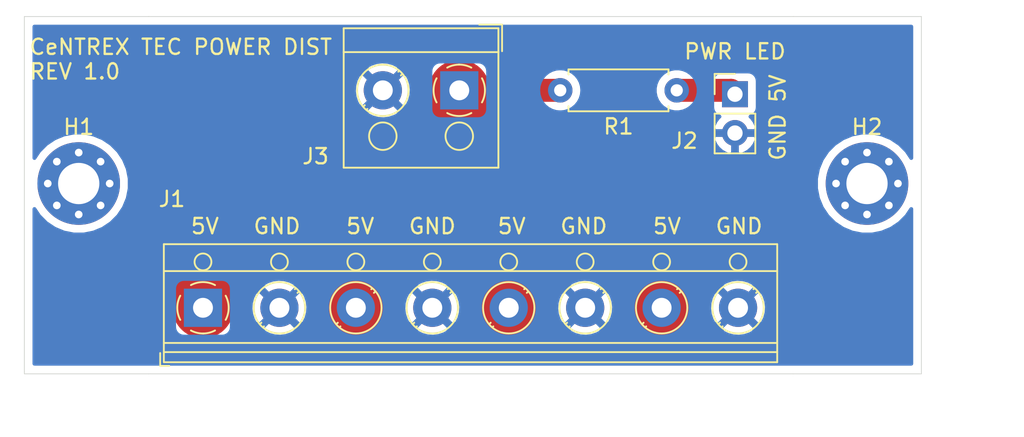
<source format=kicad_pcb>
(kicad_pcb (version 20171130) (host pcbnew "(5.1.4)-1")

  (general
    (thickness 1.6)
    (drawings 17)
    (tracks 16)
    (zones 0)
    (modules 6)
    (nets 4)
  )

  (page A4)
  (layers
    (0 F.Cu signal)
    (31 B.Cu signal)
    (32 B.Adhes user)
    (33 F.Adhes user)
    (34 B.Paste user)
    (35 F.Paste user)
    (36 B.SilkS user)
    (37 F.SilkS user)
    (38 B.Mask user)
    (39 F.Mask user)
    (40 Dwgs.User user)
    (41 Cmts.User user)
    (42 Eco1.User user)
    (43 Eco2.User user)
    (44 Edge.Cuts user)
    (45 Margin user)
    (46 B.CrtYd user)
    (47 F.CrtYd user)
    (48 B.Fab user)
    (49 F.Fab user)
  )

  (setup
    (last_trace_width 0.25)
    (trace_clearance 0.2)
    (zone_clearance 0.508)
    (zone_45_only no)
    (trace_min 0.2)
    (via_size 0.8)
    (via_drill 0.4)
    (via_min_size 0.4)
    (via_min_drill 0.3)
    (uvia_size 0.3)
    (uvia_drill 0.1)
    (uvias_allowed no)
    (uvia_min_size 0.2)
    (uvia_min_drill 0.1)
    (edge_width 0.05)
    (segment_width 0.2)
    (pcb_text_width 0.3)
    (pcb_text_size 1.5 1.5)
    (mod_edge_width 0.12)
    (mod_text_size 1 1)
    (mod_text_width 0.15)
    (pad_size 1.524 1.524)
    (pad_drill 0.762)
    (pad_to_mask_clearance 0.051)
    (solder_mask_min_width 0.25)
    (aux_axis_origin 0 0)
    (visible_elements 7FFFFFFF)
    (pcbplotparams
      (layerselection 0x010fc_ffffffff)
      (usegerberextensions false)
      (usegerberattributes false)
      (usegerberadvancedattributes false)
      (creategerberjobfile false)
      (excludeedgelayer true)
      (linewidth 0.100000)
      (plotframeref false)
      (viasonmask false)
      (mode 1)
      (useauxorigin false)
      (hpglpennumber 1)
      (hpglpenspeed 20)
      (hpglpendiameter 15.000000)
      (psnegative false)
      (psa4output false)
      (plotreference true)
      (plotvalue true)
      (plotinvisibletext false)
      (padsonsilk false)
      (subtractmaskfromsilk false)
      (outputformat 1)
      (mirror false)
      (drillshape 0)
      (scaleselection 1)
      (outputdirectory "gerber/"))
  )

  (net 0 "")
  (net 1 GND)
  (net 2 +5V)
  (net 3 "Net-(J2-Pad1)")

  (net_class Default "This is the default net class."
    (clearance 0.2)
    (trace_width 0.25)
    (via_dia 0.8)
    (via_drill 0.4)
    (uvia_dia 0.3)
    (uvia_drill 0.1)
    (add_net +5V)
    (add_net GND)
    (add_net "Net-(J2-Pad1)")
  )

  (module MountingHole:MountingHole_2.7mm_M2.5_Pad_Via (layer F.Cu) (tedit 56DDBBFF) (tstamp 5D846CC0)
    (at 199.898 85.852)
    (descr "Mounting Hole 2.7mm")
    (tags "mounting hole 2.7mm")
    (path /5D861AEE)
    (attr virtual)
    (fp_text reference H2 (at 0 -3.7) (layer F.SilkS)
      (effects (font (size 1 1) (thickness 0.15)))
    )
    (fp_text value MountingHole (at 0 3.7) (layer F.Fab)
      (effects (font (size 1 1) (thickness 0.15)))
    )
    (fp_circle (center 0 0) (end 2.95 0) (layer F.CrtYd) (width 0.05))
    (fp_circle (center 0 0) (end 2.7 0) (layer Cmts.User) (width 0.15))
    (fp_text user %R (at 0.3 0) (layer F.Fab)
      (effects (font (size 1 1) (thickness 0.15)))
    )
    (pad 1 thru_hole circle (at 1.431891 -1.431891) (size 0.8 0.8) (drill 0.5) (layers *.Cu *.Mask))
    (pad 1 thru_hole circle (at 0 -2.025) (size 0.8 0.8) (drill 0.5) (layers *.Cu *.Mask))
    (pad 1 thru_hole circle (at -1.431891 -1.431891) (size 0.8 0.8) (drill 0.5) (layers *.Cu *.Mask))
    (pad 1 thru_hole circle (at -2.025 0) (size 0.8 0.8) (drill 0.5) (layers *.Cu *.Mask))
    (pad 1 thru_hole circle (at -1.431891 1.431891) (size 0.8 0.8) (drill 0.5) (layers *.Cu *.Mask))
    (pad 1 thru_hole circle (at 0 2.025) (size 0.8 0.8) (drill 0.5) (layers *.Cu *.Mask))
    (pad 1 thru_hole circle (at 1.431891 1.431891) (size 0.8 0.8) (drill 0.5) (layers *.Cu *.Mask))
    (pad 1 thru_hole circle (at 2.025 0) (size 0.8 0.8) (drill 0.5) (layers *.Cu *.Mask))
    (pad 1 thru_hole circle (at 0 0) (size 5.4 5.4) (drill 2.7) (layers *.Cu *.Mask))
  )

  (module MountingHole:MountingHole_2.7mm_M2.5_Pad_Via (layer F.Cu) (tedit 56DDBBFF) (tstamp 5D846CB0)
    (at 148.336 85.852)
    (descr "Mounting Hole 2.7mm")
    (tags "mounting hole 2.7mm")
    (path /5D86140D)
    (attr virtual)
    (fp_text reference H1 (at 0 -3.7) (layer F.SilkS)
      (effects (font (size 1 1) (thickness 0.15)))
    )
    (fp_text value MountingHole (at 0 3.7) (layer F.Fab)
      (effects (font (size 1 1) (thickness 0.15)))
    )
    (fp_circle (center 0 0) (end 2.95 0) (layer F.CrtYd) (width 0.05))
    (fp_circle (center 0 0) (end 2.7 0) (layer Cmts.User) (width 0.15))
    (fp_text user %R (at 0.3 0) (layer F.Fab)
      (effects (font (size 1 1) (thickness 0.15)))
    )
    (pad 1 thru_hole circle (at 1.431891 -1.431891) (size 0.8 0.8) (drill 0.5) (layers *.Cu *.Mask))
    (pad 1 thru_hole circle (at 0 -2.025) (size 0.8 0.8) (drill 0.5) (layers *.Cu *.Mask))
    (pad 1 thru_hole circle (at -1.431891 -1.431891) (size 0.8 0.8) (drill 0.5) (layers *.Cu *.Mask))
    (pad 1 thru_hole circle (at -2.025 0) (size 0.8 0.8) (drill 0.5) (layers *.Cu *.Mask))
    (pad 1 thru_hole circle (at -1.431891 1.431891) (size 0.8 0.8) (drill 0.5) (layers *.Cu *.Mask))
    (pad 1 thru_hole circle (at 0 2.025) (size 0.8 0.8) (drill 0.5) (layers *.Cu *.Mask))
    (pad 1 thru_hole circle (at 1.431891 1.431891) (size 0.8 0.8) (drill 0.5) (layers *.Cu *.Mask))
    (pad 1 thru_hole circle (at 2.025 0) (size 0.8 0.8) (drill 0.5) (layers *.Cu *.Mask))
    (pad 1 thru_hole circle (at 0 0) (size 5.4 5.4) (drill 2.7) (layers *.Cu *.Mask))
  )

  (module Resistor_THT:R_Axial_DIN0207_L6.3mm_D2.5mm_P7.62mm_Horizontal (layer F.Cu) (tedit 5AE5139B) (tstamp 5D8452BB)
    (at 187.452 79.756 180)
    (descr "Resistor, Axial_DIN0207 series, Axial, Horizontal, pin pitch=7.62mm, 0.25W = 1/4W, length*diameter=6.3*2.5mm^2, http://cdn-reichelt.de/documents/datenblatt/B400/1_4W%23YAG.pdf")
    (tags "Resistor Axial_DIN0207 series Axial Horizontal pin pitch 7.62mm 0.25W = 1/4W length 6.3mm diameter 2.5mm")
    (path /5D852467)
    (fp_text reference R1 (at 3.81 -2.37) (layer F.SilkS)
      (effects (font (size 1 1) (thickness 0.15)))
    )
    (fp_text value R (at 3.81 2.37) (layer F.Fab)
      (effects (font (size 1 1) (thickness 0.15)))
    )
    (fp_text user %R (at 3.81 0) (layer F.Fab)
      (effects (font (size 1 1) (thickness 0.15)))
    )
    (fp_line (start 8.67 -1.5) (end -1.05 -1.5) (layer F.CrtYd) (width 0.05))
    (fp_line (start 8.67 1.5) (end 8.67 -1.5) (layer F.CrtYd) (width 0.05))
    (fp_line (start -1.05 1.5) (end 8.67 1.5) (layer F.CrtYd) (width 0.05))
    (fp_line (start -1.05 -1.5) (end -1.05 1.5) (layer F.CrtYd) (width 0.05))
    (fp_line (start 7.08 1.37) (end 7.08 1.04) (layer F.SilkS) (width 0.12))
    (fp_line (start 0.54 1.37) (end 7.08 1.37) (layer F.SilkS) (width 0.12))
    (fp_line (start 0.54 1.04) (end 0.54 1.37) (layer F.SilkS) (width 0.12))
    (fp_line (start 7.08 -1.37) (end 7.08 -1.04) (layer F.SilkS) (width 0.12))
    (fp_line (start 0.54 -1.37) (end 7.08 -1.37) (layer F.SilkS) (width 0.12))
    (fp_line (start 0.54 -1.04) (end 0.54 -1.37) (layer F.SilkS) (width 0.12))
    (fp_line (start 7.62 0) (end 6.96 0) (layer F.Fab) (width 0.1))
    (fp_line (start 0 0) (end 0.66 0) (layer F.Fab) (width 0.1))
    (fp_line (start 6.96 -1.25) (end 0.66 -1.25) (layer F.Fab) (width 0.1))
    (fp_line (start 6.96 1.25) (end 6.96 -1.25) (layer F.Fab) (width 0.1))
    (fp_line (start 0.66 1.25) (end 6.96 1.25) (layer F.Fab) (width 0.1))
    (fp_line (start 0.66 -1.25) (end 0.66 1.25) (layer F.Fab) (width 0.1))
    (pad 2 thru_hole oval (at 7.62 0 180) (size 1.6 1.6) (drill 0.8) (layers *.Cu *.Mask)
      (net 2 +5V))
    (pad 1 thru_hole circle (at 0 0 180) (size 1.6 1.6) (drill 0.8) (layers *.Cu *.Mask)
      (net 3 "Net-(J2-Pad1)"))
    (model ${KISYS3DMOD}/Resistor_THT.3dshapes/R_Axial_DIN0207_L6.3mm_D2.5mm_P7.62mm_Horizontal.wrl
      (at (xyz 0 0 0))
      (scale (xyz 1 1 1))
      (rotate (xyz 0 0 0))
    )
  )

  (module TerminalBlock_RND:TerminalBlock_RND_205-00001_1x02_P5.00mm_Horizontal (layer F.Cu) (tedit 5B294F8C) (tstamp 5D8452A4)
    (at 173.228 79.756 180)
    (descr "terminal block RND 205-00001, 2 pins, pitch 5mm, size 10x9mm^2, drill diamater 1.3mm, pad diameter 2.5mm, see http://cdn-reichelt.de/documents/datenblatt/C151/RND_205-00001_DB_EN.pdf, script-generated using https://github.com/pointhi/kicad-footprint-generator/scripts/TerminalBlock_RND")
    (tags "THT terminal block RND 205-00001 pitch 5mm size 10x9mm^2 drill 1.3mm pad 2.5mm")
    (path /5D84E30F)
    (fp_text reference J3 (at 9.398 -4.318) (layer F.SilkS)
      (effects (font (size 1 1) (thickness 0.15)))
    )
    (fp_text value Screw_Terminal_01x02 (at 2.5 5.06) (layer F.Fab)
      (effects (font (size 1 1) (thickness 0.15)))
    )
    (fp_text user %R (at 2.5 -6.06) (layer F.Fab)
      (effects (font (size 1 1) (thickness 0.15)))
    )
    (fp_line (start 8 -5.5) (end -3 -5.5) (layer F.CrtYd) (width 0.05))
    (fp_line (start 8 4.5) (end 8 -5.5) (layer F.CrtYd) (width 0.05))
    (fp_line (start -3 4.5) (end 8 4.5) (layer F.CrtYd) (width 0.05))
    (fp_line (start -3 -5.5) (end -3 4.5) (layer F.CrtYd) (width 0.05))
    (fp_line (start -2.8 4.3) (end -1.3 4.3) (layer F.SilkS) (width 0.12))
    (fp_line (start -2.8 2.56) (end -2.8 4.3) (layer F.SilkS) (width 0.12))
    (fp_line (start 3.82 0.976) (end 3.726 1.069) (layer F.SilkS) (width 0.12))
    (fp_line (start 6.07 -1.275) (end 6.011 -1.216) (layer F.SilkS) (width 0.12))
    (fp_line (start 3.99 1.216) (end 3.931 1.274) (layer F.SilkS) (width 0.12))
    (fp_line (start 6.275 -1.069) (end 6.181 -0.976) (layer F.SilkS) (width 0.12))
    (fp_line (start 5.955 -1.138) (end 3.863 0.955) (layer F.Fab) (width 0.1))
    (fp_line (start 6.138 -0.955) (end 4.046 1.138) (layer F.Fab) (width 0.1))
    (fp_line (start 0.955 -1.138) (end -1.138 0.955) (layer F.Fab) (width 0.1))
    (fp_line (start 1.138 -0.955) (end -0.955 1.138) (layer F.Fab) (width 0.1))
    (fp_line (start 7.56 -5.06) (end 7.56 4.06) (layer F.SilkS) (width 0.12))
    (fp_line (start -2.56 -5.06) (end -2.56 4.06) (layer F.SilkS) (width 0.12))
    (fp_line (start -2.56 4.06) (end 7.56 4.06) (layer F.SilkS) (width 0.12))
    (fp_line (start -2.56 -5.06) (end 7.56 -5.06) (layer F.SilkS) (width 0.12))
    (fp_line (start -2.56 2.5) (end 7.56 2.5) (layer F.SilkS) (width 0.12))
    (fp_line (start -2.5 2.5) (end 7.5 2.5) (layer F.Fab) (width 0.1))
    (fp_line (start -2.5 2.5) (end -2.5 -5) (layer F.Fab) (width 0.1))
    (fp_line (start -1 4) (end -2.5 2.5) (layer F.Fab) (width 0.1))
    (fp_line (start 7.5 4) (end -1 4) (layer F.Fab) (width 0.1))
    (fp_line (start 7.5 -5) (end 7.5 4) (layer F.Fab) (width 0.1))
    (fp_line (start -2.5 -5) (end 7.5 -5) (layer F.Fab) (width 0.1))
    (fp_circle (center 5 -3) (end 5.9 -3) (layer F.SilkS) (width 0.12))
    (fp_circle (center 5 -3) (end 5.9 -3) (layer F.Fab) (width 0.1))
    (fp_circle (center 5 0) (end 6.68 0) (layer F.SilkS) (width 0.12))
    (fp_circle (center 5 0) (end 6.5 0) (layer F.Fab) (width 0.1))
    (fp_circle (center 0 -3) (end 0.9 -3) (layer F.SilkS) (width 0.12))
    (fp_circle (center 0 -3) (end 0.9 -3) (layer F.Fab) (width 0.1))
    (fp_circle (center 0 0) (end 1.5 0) (layer F.Fab) (width 0.1))
    (fp_arc (start 0 0) (end -0.789 1.484) (angle -29) (layer F.SilkS) (width 0.12))
    (fp_arc (start 0 0) (end -1.484 -0.789) (angle -56) (layer F.SilkS) (width 0.12))
    (fp_arc (start 0 0) (end 0.789 -1.484) (angle -56) (layer F.SilkS) (width 0.12))
    (fp_arc (start 0 0) (end 1.484 0.789) (angle -56) (layer F.SilkS) (width 0.12))
    (fp_arc (start 0 0) (end 0 1.68) (angle -28) (layer F.SilkS) (width 0.12))
    (pad 2 thru_hole circle (at 5 0 180) (size 2.5 2.5) (drill 1.3) (layers *.Cu *.Mask)
      (net 1 GND))
    (pad 1 thru_hole rect (at 0 0 180) (size 2.5 2.5) (drill 1.3) (layers *.Cu *.Mask)
      (net 2 +5V))
    (model ${KISYS3DMOD}/TerminalBlock_RND.3dshapes/TerminalBlock_RND_205-00001_1x02_P5.00mm_Horizontal.wrl
      (at (xyz 0 0 0))
      (scale (xyz 1 1 1))
      (rotate (xyz 0 0 0))
    )
  )

  (module Connector_PinHeader_2.54mm:PinHeader_1x02_P2.54mm_Vertical (layer F.Cu) (tedit 59FED5CC) (tstamp 5D845278)
    (at 191.262 80.01)
    (descr "Through hole straight pin header, 1x02, 2.54mm pitch, single row")
    (tags "Through hole pin header THT 1x02 2.54mm single row")
    (path /5D84BC6E)
    (fp_text reference J2 (at -3.302 3.048) (layer F.SilkS)
      (effects (font (size 1 1) (thickness 0.15)))
    )
    (fp_text value Conn_01x02 (at 0 4.87) (layer F.Fab)
      (effects (font (size 1 1) (thickness 0.15)))
    )
    (fp_text user %R (at 0 1.27 90) (layer F.Fab)
      (effects (font (size 1 1) (thickness 0.15)))
    )
    (fp_line (start 1.8 -1.8) (end -1.8 -1.8) (layer F.CrtYd) (width 0.05))
    (fp_line (start 1.8 4.35) (end 1.8 -1.8) (layer F.CrtYd) (width 0.05))
    (fp_line (start -1.8 4.35) (end 1.8 4.35) (layer F.CrtYd) (width 0.05))
    (fp_line (start -1.8 -1.8) (end -1.8 4.35) (layer F.CrtYd) (width 0.05))
    (fp_line (start -1.33 -1.33) (end 0 -1.33) (layer F.SilkS) (width 0.12))
    (fp_line (start -1.33 0) (end -1.33 -1.33) (layer F.SilkS) (width 0.12))
    (fp_line (start -1.33 1.27) (end 1.33 1.27) (layer F.SilkS) (width 0.12))
    (fp_line (start 1.33 1.27) (end 1.33 3.87) (layer F.SilkS) (width 0.12))
    (fp_line (start -1.33 1.27) (end -1.33 3.87) (layer F.SilkS) (width 0.12))
    (fp_line (start -1.33 3.87) (end 1.33 3.87) (layer F.SilkS) (width 0.12))
    (fp_line (start -1.27 -0.635) (end -0.635 -1.27) (layer F.Fab) (width 0.1))
    (fp_line (start -1.27 3.81) (end -1.27 -0.635) (layer F.Fab) (width 0.1))
    (fp_line (start 1.27 3.81) (end -1.27 3.81) (layer F.Fab) (width 0.1))
    (fp_line (start 1.27 -1.27) (end 1.27 3.81) (layer F.Fab) (width 0.1))
    (fp_line (start -0.635 -1.27) (end 1.27 -1.27) (layer F.Fab) (width 0.1))
    (pad 2 thru_hole oval (at 0 2.54) (size 1.7 1.7) (drill 1) (layers *.Cu *.Mask)
      (net 1 GND))
    (pad 1 thru_hole rect (at 0 0) (size 1.7 1.7) (drill 1) (layers *.Cu *.Mask)
      (net 3 "Net-(J2-Pad1)"))
    (model ${KISYS3DMOD}/Connector_PinHeader_2.54mm.3dshapes/PinHeader_1x02_P2.54mm_Vertical.wrl
      (at (xyz 0 0 0))
      (scale (xyz 1 1 1))
      (rotate (xyz 0 0 0))
    )
  )

  (module TerminalBlock_RND:TerminalBlock_RND_205-00018_1x08_P5.00mm_Horizontal (layer F.Cu) (tedit 5B294F5A) (tstamp 5D845262)
    (at 156.464 93.98)
    (descr "terminal block RND 205-00018, 8 pins, pitch 5mm, size 40x7.6mm^2, drill diamater 1.3mm, pad diameter 2.5mm, see http://cdn-reichelt.de/documents/datenblatt/C151/RND_205-00012_DB_EN.pdf, script-generated using https://github.com/pointhi/kicad-footprint-generator/scripts/TerminalBlock_RND")
    (tags "THT terminal block RND 205-00018 pitch 5mm size 40x7.6mm^2 drill 1.3mm pad 2.5mm")
    (path /5D84CBD7)
    (fp_text reference J1 (at -2.032 -7.112) (layer F.SilkS)
      (effects (font (size 1 1) (thickness 0.15)))
    )
    (fp_text value Screw_Terminal_01x08 (at 17.5 4.56) (layer F.Fab)
      (effects (font (size 1 1) (thickness 0.15)))
    )
    (fp_text user %R (at 17.5 -5.16) (layer F.Fab)
      (effects (font (size 1 1) (thickness 0.15)))
    )
    (fp_line (start 38 -4.6) (end -3 -4.6) (layer F.CrtYd) (width 0.05))
    (fp_line (start 38 4) (end 38 -4.6) (layer F.CrtYd) (width 0.05))
    (fp_line (start -3 4) (end 38 4) (layer F.CrtYd) (width 0.05))
    (fp_line (start -3 -4.6) (end -3 4) (layer F.CrtYd) (width 0.05))
    (fp_line (start -2.8 3.8) (end -2.2 3.8) (layer F.SilkS) (width 0.12))
    (fp_line (start -2.8 2.96) (end -2.8 3.8) (layer F.SilkS) (width 0.12))
    (fp_line (start 33.82 0.976) (end 33.726 1.069) (layer F.SilkS) (width 0.12))
    (fp_line (start 36.07 -1.275) (end 36.011 -1.216) (layer F.SilkS) (width 0.12))
    (fp_line (start 33.99 1.216) (end 33.931 1.274) (layer F.SilkS) (width 0.12))
    (fp_line (start 36.275 -1.069) (end 36.181 -0.976) (layer F.SilkS) (width 0.12))
    (fp_line (start 35.955 -1.138) (end 33.863 0.955) (layer F.Fab) (width 0.1))
    (fp_line (start 36.138 -0.955) (end 34.046 1.138) (layer F.Fab) (width 0.1))
    (fp_line (start 28.82 0.976) (end 28.726 1.069) (layer F.SilkS) (width 0.12))
    (fp_line (start 31.07 -1.275) (end 31.011 -1.216) (layer F.SilkS) (width 0.12))
    (fp_line (start 28.99 1.216) (end 28.931 1.274) (layer F.SilkS) (width 0.12))
    (fp_line (start 31.275 -1.069) (end 31.181 -0.976) (layer F.SilkS) (width 0.12))
    (fp_line (start 30.955 -1.138) (end 28.863 0.955) (layer F.Fab) (width 0.1))
    (fp_line (start 31.138 -0.955) (end 29.046 1.138) (layer F.Fab) (width 0.1))
    (fp_line (start 23.82 0.976) (end 23.726 1.069) (layer F.SilkS) (width 0.12))
    (fp_line (start 26.07 -1.275) (end 26.011 -1.216) (layer F.SilkS) (width 0.12))
    (fp_line (start 23.99 1.216) (end 23.931 1.274) (layer F.SilkS) (width 0.12))
    (fp_line (start 26.275 -1.069) (end 26.181 -0.976) (layer F.SilkS) (width 0.12))
    (fp_line (start 25.955 -1.138) (end 23.863 0.955) (layer F.Fab) (width 0.1))
    (fp_line (start 26.138 -0.955) (end 24.046 1.138) (layer F.Fab) (width 0.1))
    (fp_line (start 18.82 0.976) (end 18.726 1.069) (layer F.SilkS) (width 0.12))
    (fp_line (start 21.07 -1.275) (end 21.011 -1.216) (layer F.SilkS) (width 0.12))
    (fp_line (start 18.99 1.216) (end 18.931 1.274) (layer F.SilkS) (width 0.12))
    (fp_line (start 21.275 -1.069) (end 21.181 -0.976) (layer F.SilkS) (width 0.12))
    (fp_line (start 20.955 -1.138) (end 18.863 0.955) (layer F.Fab) (width 0.1))
    (fp_line (start 21.138 -0.955) (end 19.046 1.138) (layer F.Fab) (width 0.1))
    (fp_line (start 13.82 0.976) (end 13.726 1.069) (layer F.SilkS) (width 0.12))
    (fp_line (start 16.07 -1.275) (end 16.011 -1.216) (layer F.SilkS) (width 0.12))
    (fp_line (start 13.99 1.216) (end 13.931 1.274) (layer F.SilkS) (width 0.12))
    (fp_line (start 16.275 -1.069) (end 16.181 -0.976) (layer F.SilkS) (width 0.12))
    (fp_line (start 15.955 -1.138) (end 13.863 0.955) (layer F.Fab) (width 0.1))
    (fp_line (start 16.138 -0.955) (end 14.046 1.138) (layer F.Fab) (width 0.1))
    (fp_line (start 8.82 0.976) (end 8.726 1.069) (layer F.SilkS) (width 0.12))
    (fp_line (start 11.07 -1.275) (end 11.011 -1.216) (layer F.SilkS) (width 0.12))
    (fp_line (start 8.99 1.216) (end 8.931 1.274) (layer F.SilkS) (width 0.12))
    (fp_line (start 11.275 -1.069) (end 11.181 -0.976) (layer F.SilkS) (width 0.12))
    (fp_line (start 10.955 -1.138) (end 8.863 0.955) (layer F.Fab) (width 0.1))
    (fp_line (start 11.138 -0.955) (end 9.046 1.138) (layer F.Fab) (width 0.1))
    (fp_line (start 3.82 0.976) (end 3.726 1.069) (layer F.SilkS) (width 0.12))
    (fp_line (start 6.07 -1.275) (end 6.011 -1.216) (layer F.SilkS) (width 0.12))
    (fp_line (start 3.99 1.216) (end 3.931 1.274) (layer F.SilkS) (width 0.12))
    (fp_line (start 6.275 -1.069) (end 6.181 -0.976) (layer F.SilkS) (width 0.12))
    (fp_line (start 5.955 -1.138) (end 3.863 0.955) (layer F.Fab) (width 0.1))
    (fp_line (start 6.138 -0.955) (end 4.046 1.138) (layer F.Fab) (width 0.1))
    (fp_line (start 0.955 -1.138) (end -1.138 0.955) (layer F.Fab) (width 0.1))
    (fp_line (start 1.138 -0.955) (end -0.955 1.138) (layer F.Fab) (width 0.1))
    (fp_line (start 37.56 -4.16) (end 37.56 3.561) (layer F.SilkS) (width 0.12))
    (fp_line (start -2.56 -4.16) (end -2.56 3.561) (layer F.SilkS) (width 0.12))
    (fp_line (start -2.56 3.561) (end 37.56 3.561) (layer F.SilkS) (width 0.12))
    (fp_line (start -2.56 -4.16) (end 37.56 -4.16) (layer F.SilkS) (width 0.12))
    (fp_line (start -2.56 -2.4) (end 37.56 -2.4) (layer F.SilkS) (width 0.12))
    (fp_line (start -2.5 -2.4) (end 37.5 -2.4) (layer F.Fab) (width 0.1))
    (fp_line (start -2.56 2.3) (end 37.56 2.3) (layer F.SilkS) (width 0.12))
    (fp_line (start -2.5 2.3) (end 37.5 2.3) (layer F.Fab) (width 0.1))
    (fp_line (start -2.56 2.9) (end 37.56 2.9) (layer F.SilkS) (width 0.12))
    (fp_line (start -2.5 2.9) (end 37.5 2.9) (layer F.Fab) (width 0.1))
    (fp_line (start -2.5 2.9) (end -2.5 -4.1) (layer F.Fab) (width 0.1))
    (fp_line (start -1.9 3.5) (end -2.5 2.9) (layer F.Fab) (width 0.1))
    (fp_line (start 37.5 3.5) (end -1.9 3.5) (layer F.Fab) (width 0.1))
    (fp_line (start 37.5 -4.1) (end 37.5 3.5) (layer F.Fab) (width 0.1))
    (fp_line (start -2.5 -4.1) (end 37.5 -4.1) (layer F.Fab) (width 0.1))
    (fp_circle (center 35 -3) (end 35.55 -3) (layer F.SilkS) (width 0.12))
    (fp_circle (center 35 -3) (end 35.55 -3) (layer F.Fab) (width 0.1))
    (fp_circle (center 35 0) (end 36.68 0) (layer F.SilkS) (width 0.12))
    (fp_circle (center 35 0) (end 36.5 0) (layer F.Fab) (width 0.1))
    (fp_circle (center 30 -3) (end 30.55 -3) (layer F.SilkS) (width 0.12))
    (fp_circle (center 30 -3) (end 30.55 -3) (layer F.Fab) (width 0.1))
    (fp_circle (center 30 0) (end 31.68 0) (layer F.SilkS) (width 0.12))
    (fp_circle (center 30 0) (end 31.5 0) (layer F.Fab) (width 0.1))
    (fp_circle (center 25 -3) (end 25.55 -3) (layer F.SilkS) (width 0.12))
    (fp_circle (center 25 -3) (end 25.55 -3) (layer F.Fab) (width 0.1))
    (fp_circle (center 25 0) (end 26.68 0) (layer F.SilkS) (width 0.12))
    (fp_circle (center 25 0) (end 26.5 0) (layer F.Fab) (width 0.1))
    (fp_circle (center 20 -3) (end 20.55 -3) (layer F.SilkS) (width 0.12))
    (fp_circle (center 20 -3) (end 20.55 -3) (layer F.Fab) (width 0.1))
    (fp_circle (center 20 0) (end 21.68 0) (layer F.SilkS) (width 0.12))
    (fp_circle (center 20 0) (end 21.5 0) (layer F.Fab) (width 0.1))
    (fp_circle (center 15 -3) (end 15.55 -3) (layer F.SilkS) (width 0.12))
    (fp_circle (center 15 -3) (end 15.55 -3) (layer F.Fab) (width 0.1))
    (fp_circle (center 15 0) (end 16.68 0) (layer F.SilkS) (width 0.12))
    (fp_circle (center 15 0) (end 16.5 0) (layer F.Fab) (width 0.1))
    (fp_circle (center 10 -3) (end 10.55 -3) (layer F.SilkS) (width 0.12))
    (fp_circle (center 10 -3) (end 10.55 -3) (layer F.Fab) (width 0.1))
    (fp_circle (center 10 0) (end 11.68 0) (layer F.SilkS) (width 0.12))
    (fp_circle (center 10 0) (end 11.5 0) (layer F.Fab) (width 0.1))
    (fp_circle (center 5 -3) (end 5.55 -3) (layer F.SilkS) (width 0.12))
    (fp_circle (center 5 -3) (end 5.55 -3) (layer F.Fab) (width 0.1))
    (fp_circle (center 5 0) (end 6.68 0) (layer F.SilkS) (width 0.12))
    (fp_circle (center 5 0) (end 6.5 0) (layer F.Fab) (width 0.1))
    (fp_circle (center 0 -3) (end 0.55 -3) (layer F.SilkS) (width 0.12))
    (fp_circle (center 0 -3) (end 0.55 -3) (layer F.Fab) (width 0.1))
    (fp_circle (center 0 0) (end 1.5 0) (layer F.Fab) (width 0.1))
    (fp_arc (start 0 0) (end -0.789 1.484) (angle -29) (layer F.SilkS) (width 0.12))
    (fp_arc (start 0 0) (end -1.484 -0.789) (angle -56) (layer F.SilkS) (width 0.12))
    (fp_arc (start 0 0) (end 0.789 -1.484) (angle -56) (layer F.SilkS) (width 0.12))
    (fp_arc (start 0 0) (end 1.484 0.789) (angle -56) (layer F.SilkS) (width 0.12))
    (fp_arc (start 0 0) (end 0 1.68) (angle -28) (layer F.SilkS) (width 0.12))
    (pad 8 thru_hole circle (at 35 0) (size 2.5 2.5) (drill 1.3) (layers *.Cu *.Mask)
      (net 1 GND))
    (pad 7 thru_hole circle (at 30 0) (size 2.5 2.5) (drill 1.3) (layers *.Cu *.Mask)
      (net 2 +5V))
    (pad 6 thru_hole circle (at 25 0) (size 2.5 2.5) (drill 1.3) (layers *.Cu *.Mask)
      (net 1 GND))
    (pad 5 thru_hole circle (at 20 0) (size 2.5 2.5) (drill 1.3) (layers *.Cu *.Mask)
      (net 2 +5V))
    (pad 4 thru_hole circle (at 15 0) (size 2.5 2.5) (drill 1.3) (layers *.Cu *.Mask)
      (net 1 GND))
    (pad 3 thru_hole circle (at 10 0) (size 2.5 2.5) (drill 1.3) (layers *.Cu *.Mask)
      (net 2 +5V))
    (pad 2 thru_hole circle (at 5 0) (size 2.5 2.5) (drill 1.3) (layers *.Cu *.Mask)
      (net 1 GND))
    (pad 1 thru_hole rect (at 0 0) (size 2.5 2.5) (drill 1.3) (layers *.Cu *.Mask)
      (net 2 +5V))
    (model ${KISYS3DMOD}/TerminalBlock_RND.3dshapes/TerminalBlock_RND_205-00018_1x08_P5.00mm_Horizontal.wrl
      (at (xyz 0 0 0))
      (scale (xyz 1 1 1))
      (rotate (xyz 0 0 0))
    )
  )

  (dimension 23.368 (width 0.05) (layer F.CrtYd)
    (gr_text "23.368 mm" (at 208.718 86.614 90) (layer F.CrtYd)
      (effects (font (size 1 1) (thickness 0.15)))
    )
    (feature1 (pts (xy 203.454 74.93) (xy 208.104421 74.93)))
    (feature2 (pts (xy 203.454 98.298) (xy 208.104421 98.298)))
    (crossbar (pts (xy 207.518 98.298) (xy 207.518 74.93)))
    (arrow1a (pts (xy 207.518 74.93) (xy 208.104421 76.056504)))
    (arrow1b (pts (xy 207.518 74.93) (xy 206.931579 76.056504)))
    (arrow2a (pts (xy 207.518 98.298) (xy 208.104421 97.171496)))
    (arrow2b (pts (xy 207.518 98.298) (xy 206.931579 97.171496)))
  )
  (dimension 58.674 (width 0.05) (layer F.CrtYd)
    (gr_text "58.674 mm" (at 174.117 103.054) (layer F.CrtYd)
      (effects (font (size 1 1) (thickness 0.15)))
    )
    (feature1 (pts (xy 144.78 98.298) (xy 144.78 102.440421)))
    (feature2 (pts (xy 203.454 98.298) (xy 203.454 102.440421)))
    (crossbar (pts (xy 203.454 101.854) (xy 144.78 101.854)))
    (arrow1a (pts (xy 144.78 101.854) (xy 145.906504 101.267579)))
    (arrow1b (pts (xy 144.78 101.854) (xy 145.906504 102.440421)))
    (arrow2a (pts (xy 203.454 101.854) (xy 202.327496 101.267579)))
    (arrow2b (pts (xy 203.454 101.854) (xy 202.327496 102.440421)))
  )
  (gr_line (start 144.78 98.298) (end 152.908 98.298) (layer Edge.Cuts) (width 0.05) (tstamp 5D846F2F))
  (gr_line (start 144.78 74.93) (end 144.78 98.298) (layer Edge.Cuts) (width 0.05))
  (gr_line (start 152.908 74.93) (end 144.78 74.93) (layer Edge.Cuts) (width 0.05))
  (gr_line (start 203.454 74.93) (end 195.072 74.93) (layer Edge.Cuts) (width 0.05) (tstamp 5D846F2E))
  (gr_line (start 203.454 98.298) (end 203.454 74.93) (layer Edge.Cuts) (width 0.05))
  (gr_line (start 195.072 98.298) (end 203.454 98.298) (layer Edge.Cuts) (width 0.05))
  (gr_text "GND 5V" (at 194.056 81.534 90) (layer F.SilkS)
    (effects (font (size 1 1) (thickness 0.15)))
  )
  (gr_text "PWR LED" (at 191.262 77.216) (layer F.SilkS)
    (effects (font (size 1 1) (thickness 0.15)))
  )
  (gr_text "CeNTREX TEC POWER DIST\nREV 1.0" (at 145.034 77.724) (layer F.SilkS) (tstamp 5D846EAF)
    (effects (font (size 1 1) (thickness 0.15)) (justify left))
  )
  (gr_line (start 152.908 74.93) (end 195.072 74.93) (layer Edge.Cuts) (width 0.05))
  (gr_line (start 195.072 98.298) (end 152.908 98.298) (layer Edge.Cuts) (width 0.05))
  (gr_text "5V   GND" (at 189.484 88.646) (layer F.SilkS) (tstamp 5D845924)
    (effects (font (size 1 1) (thickness 0.15)))
  )
  (gr_text "5V   GND" (at 179.324 88.646) (layer F.SilkS) (tstamp 5D84591E)
    (effects (font (size 1 1) (thickness 0.15)))
  )
  (gr_text "5V   GND" (at 169.418 88.646) (layer F.SilkS) (tstamp 5D84591E)
    (effects (font (size 1 1) (thickness 0.15)))
  )
  (gr_text "5V   GND" (at 159.258 88.646) (layer F.SilkS)
    (effects (font (size 1 1) (thickness 0.15)))
  )

  (segment (start 179.832 79.756) (end 173.228 79.756) (width 1.5) (layer F.Cu) (net 2))
  (segment (start 156.464 88.646) (end 156.464 93.98) (width 4) (layer F.Cu) (net 2))
  (segment (start 157.734 87.376) (end 156.464 88.646) (width 4) (layer F.Cu) (net 2))
  (segment (start 173.228 79.756) (end 173.228 87.376) (width 4) (layer F.Cu) (net 2))
  (segment (start 173.228 87.376) (end 157.734 87.376) (width 4) (layer F.Cu) (net 2))
  (segment (start 186.464 88.42) (end 186.464 93.98) (width 4) (layer F.Cu) (net 2))
  (segment (start 185.42 87.376) (end 186.464 88.42) (width 4) (layer F.Cu) (net 2))
  (segment (start 176.464 87.818) (end 176.022 87.376) (width 4) (layer F.Cu) (net 2))
  (segment (start 176.464 93.98) (end 176.464 87.818) (width 4) (layer F.Cu) (net 2))
  (segment (start 173.228 87.376) (end 176.022 87.376) (width 4) (layer F.Cu) (net 2))
  (segment (start 176.022 87.376) (end 185.42 87.376) (width 4) (layer F.Cu) (net 2))
  (segment (start 171.300234 87.376) (end 173.228 87.376) (width 4) (layer F.Cu) (net 2))
  (segment (start 166.464 92.212234) (end 171.300234 87.376) (width 4) (layer F.Cu) (net 2))
  (segment (start 166.464 93.98) (end 166.464 92.212234) (width 4) (layer F.Cu) (net 2))
  (segment (start 191.008 79.756) (end 191.262 80.01) (width 1.5) (layer F.Cu) (net 3))
  (segment (start 187.452 79.756) (end 191.008 79.756) (width 1.5) (layer F.Cu) (net 3))

  (zone (net 1) (net_name GND) (layer B.Cu) (tstamp 5D847114) (hatch edge 0.508)
    (connect_pads (clearance 0.508))
    (min_thickness 0.254)
    (fill yes (arc_segments 32) (thermal_gap 0.508) (thermal_bridge_width 0.508))
    (polygon
      (pts
        (xy 203.454 98.298) (xy 144.78 98.298) (xy 144.78 74.93) (xy 203.454 74.93)
      )
    )
    (filled_polygon
      (pts
        (xy 202.794001 84.183329) (xy 202.488464 83.726061) (xy 202.023939 83.261536) (xy 201.477715 82.896561) (xy 200.870784 82.645162)
        (xy 200.226469 82.517) (xy 199.569531 82.517) (xy 198.925216 82.645162) (xy 198.318285 82.896561) (xy 197.772061 83.261536)
        (xy 197.307536 83.726061) (xy 196.942561 84.272285) (xy 196.691162 84.879216) (xy 196.563 85.523531) (xy 196.563 86.180469)
        (xy 196.691162 86.824784) (xy 196.942561 87.431715) (xy 197.307536 87.977939) (xy 197.772061 88.442464) (xy 198.318285 88.807439)
        (xy 198.925216 89.058838) (xy 199.569531 89.187) (xy 200.226469 89.187) (xy 200.870784 89.058838) (xy 201.477715 88.807439)
        (xy 202.023939 88.442464) (xy 202.488464 87.977939) (xy 202.794 87.520671) (xy 202.794 97.638) (xy 145.44 97.638)
        (xy 145.44 92.73) (xy 154.575928 92.73) (xy 154.575928 95.23) (xy 154.588188 95.354482) (xy 154.624498 95.47418)
        (xy 154.683463 95.584494) (xy 154.762815 95.681185) (xy 154.859506 95.760537) (xy 154.96982 95.819502) (xy 155.089518 95.855812)
        (xy 155.214 95.868072) (xy 157.714 95.868072) (xy 157.838482 95.855812) (xy 157.95818 95.819502) (xy 158.068494 95.760537)
        (xy 158.165185 95.681185) (xy 158.244537 95.584494) (xy 158.303502 95.47418) (xy 158.339812 95.354482) (xy 158.345807 95.293605)
        (xy 160.33 95.293605) (xy 160.455914 95.583577) (xy 160.788126 95.749433) (xy 161.146312 95.84729) (xy 161.516706 95.873389)
        (xy 161.885075 95.826725) (xy 162.237262 95.709094) (xy 162.472086 95.583577) (xy 162.598 95.293605) (xy 161.464 94.159605)
        (xy 160.33 95.293605) (xy 158.345807 95.293605) (xy 158.352072 95.23) (xy 158.352072 94.032706) (xy 159.570611 94.032706)
        (xy 159.617275 94.401075) (xy 159.734906 94.753262) (xy 159.860423 94.988086) (xy 160.150395 95.114) (xy 161.284395 93.98)
        (xy 161.643605 93.98) (xy 162.777605 95.114) (xy 163.067577 94.988086) (xy 163.233433 94.655874) (xy 163.33129 94.297688)
        (xy 163.357389 93.927294) (xy 163.340548 93.794344) (xy 164.579 93.794344) (xy 164.579 94.165656) (xy 164.651439 94.529834)
        (xy 164.793534 94.872882) (xy 164.999825 95.181618) (xy 165.262382 95.444175) (xy 165.571118 95.650466) (xy 165.914166 95.792561)
        (xy 166.278344 95.865) (xy 166.649656 95.865) (xy 167.013834 95.792561) (xy 167.356882 95.650466) (xy 167.665618 95.444175)
        (xy 167.816188 95.293605) (xy 170.33 95.293605) (xy 170.455914 95.583577) (xy 170.788126 95.749433) (xy 171.146312 95.84729)
        (xy 171.516706 95.873389) (xy 171.885075 95.826725) (xy 172.237262 95.709094) (xy 172.472086 95.583577) (xy 172.598 95.293605)
        (xy 171.464 94.159605) (xy 170.33 95.293605) (xy 167.816188 95.293605) (xy 167.928175 95.181618) (xy 168.134466 94.872882)
        (xy 168.276561 94.529834) (xy 168.349 94.165656) (xy 168.349 94.032706) (xy 169.570611 94.032706) (xy 169.617275 94.401075)
        (xy 169.734906 94.753262) (xy 169.860423 94.988086) (xy 170.150395 95.114) (xy 171.284395 93.98) (xy 171.643605 93.98)
        (xy 172.777605 95.114) (xy 173.067577 94.988086) (xy 173.233433 94.655874) (xy 173.33129 94.297688) (xy 173.357389 93.927294)
        (xy 173.340548 93.794344) (xy 174.579 93.794344) (xy 174.579 94.165656) (xy 174.651439 94.529834) (xy 174.793534 94.872882)
        (xy 174.999825 95.181618) (xy 175.262382 95.444175) (xy 175.571118 95.650466) (xy 175.914166 95.792561) (xy 176.278344 95.865)
        (xy 176.649656 95.865) (xy 177.013834 95.792561) (xy 177.356882 95.650466) (xy 177.665618 95.444175) (xy 177.816188 95.293605)
        (xy 180.33 95.293605) (xy 180.455914 95.583577) (xy 180.788126 95.749433) (xy 181.146312 95.84729) (xy 181.516706 95.873389)
        (xy 181.885075 95.826725) (xy 182.237262 95.709094) (xy 182.472086 95.583577) (xy 182.598 95.293605) (xy 181.464 94.159605)
        (xy 180.33 95.293605) (xy 177.816188 95.293605) (xy 177.928175 95.181618) (xy 178.134466 94.872882) (xy 178.276561 94.529834)
        (xy 178.349 94.165656) (xy 178.349 94.032706) (xy 179.570611 94.032706) (xy 179.617275 94.401075) (xy 179.734906 94.753262)
        (xy 179.860423 94.988086) (xy 180.150395 95.114) (xy 181.284395 93.98) (xy 181.643605 93.98) (xy 182.777605 95.114)
        (xy 183.067577 94.988086) (xy 183.233433 94.655874) (xy 183.33129 94.297688) (xy 183.357389 93.927294) (xy 183.340548 93.794344)
        (xy 184.579 93.794344) (xy 184.579 94.165656) (xy 184.651439 94.529834) (xy 184.793534 94.872882) (xy 184.999825 95.181618)
        (xy 185.262382 95.444175) (xy 185.571118 95.650466) (xy 185.914166 95.792561) (xy 186.278344 95.865) (xy 186.649656 95.865)
        (xy 187.013834 95.792561) (xy 187.356882 95.650466) (xy 187.665618 95.444175) (xy 187.816188 95.293605) (xy 190.33 95.293605)
        (xy 190.455914 95.583577) (xy 190.788126 95.749433) (xy 191.146312 95.84729) (xy 191.516706 95.873389) (xy 191.885075 95.826725)
        (xy 192.237262 95.709094) (xy 192.472086 95.583577) (xy 192.598 95.293605) (xy 191.464 94.159605) (xy 190.33 95.293605)
        (xy 187.816188 95.293605) (xy 187.928175 95.181618) (xy 188.134466 94.872882) (xy 188.276561 94.529834) (xy 188.349 94.165656)
        (xy 188.349 94.032706) (xy 189.570611 94.032706) (xy 189.617275 94.401075) (xy 189.734906 94.753262) (xy 189.860423 94.988086)
        (xy 190.150395 95.114) (xy 191.284395 93.98) (xy 191.643605 93.98) (xy 192.777605 95.114) (xy 193.067577 94.988086)
        (xy 193.233433 94.655874) (xy 193.33129 94.297688) (xy 193.357389 93.927294) (xy 193.310725 93.558925) (xy 193.193094 93.206738)
        (xy 193.067577 92.971914) (xy 192.777605 92.846) (xy 191.643605 93.98) (xy 191.284395 93.98) (xy 190.150395 92.846)
        (xy 189.860423 92.971914) (xy 189.694567 93.304126) (xy 189.59671 93.662312) (xy 189.570611 94.032706) (xy 188.349 94.032706)
        (xy 188.349 93.794344) (xy 188.276561 93.430166) (xy 188.134466 93.087118) (xy 187.928175 92.778382) (xy 187.816188 92.666395)
        (xy 190.33 92.666395) (xy 191.464 93.800395) (xy 192.598 92.666395) (xy 192.472086 92.376423) (xy 192.139874 92.210567)
        (xy 191.781688 92.11271) (xy 191.411294 92.086611) (xy 191.042925 92.133275) (xy 190.690738 92.250906) (xy 190.455914 92.376423)
        (xy 190.33 92.666395) (xy 187.816188 92.666395) (xy 187.665618 92.515825) (xy 187.356882 92.309534) (xy 187.013834 92.167439)
        (xy 186.649656 92.095) (xy 186.278344 92.095) (xy 185.914166 92.167439) (xy 185.571118 92.309534) (xy 185.262382 92.515825)
        (xy 184.999825 92.778382) (xy 184.793534 93.087118) (xy 184.651439 93.430166) (xy 184.579 93.794344) (xy 183.340548 93.794344)
        (xy 183.310725 93.558925) (xy 183.193094 93.206738) (xy 183.067577 92.971914) (xy 182.777605 92.846) (xy 181.643605 93.98)
        (xy 181.284395 93.98) (xy 180.150395 92.846) (xy 179.860423 92.971914) (xy 179.694567 93.304126) (xy 179.59671 93.662312)
        (xy 179.570611 94.032706) (xy 178.349 94.032706) (xy 178.349 93.794344) (xy 178.276561 93.430166) (xy 178.134466 93.087118)
        (xy 177.928175 92.778382) (xy 177.816188 92.666395) (xy 180.33 92.666395) (xy 181.464 93.800395) (xy 182.598 92.666395)
        (xy 182.472086 92.376423) (xy 182.139874 92.210567) (xy 181.781688 92.11271) (xy 181.411294 92.086611) (xy 181.042925 92.133275)
        (xy 180.690738 92.250906) (xy 180.455914 92.376423) (xy 180.33 92.666395) (xy 177.816188 92.666395) (xy 177.665618 92.515825)
        (xy 177.356882 92.309534) (xy 177.013834 92.167439) (xy 176.649656 92.095) (xy 176.278344 92.095) (xy 175.914166 92.167439)
        (xy 175.571118 92.309534) (xy 175.262382 92.515825) (xy 174.999825 92.778382) (xy 174.793534 93.087118) (xy 174.651439 93.430166)
        (xy 174.579 93.794344) (xy 173.340548 93.794344) (xy 173.310725 93.558925) (xy 173.193094 93.206738) (xy 173.067577 92.971914)
        (xy 172.777605 92.846) (xy 171.643605 93.98) (xy 171.284395 93.98) (xy 170.150395 92.846) (xy 169.860423 92.971914)
        (xy 169.694567 93.304126) (xy 169.59671 93.662312) (xy 169.570611 94.032706) (xy 168.349 94.032706) (xy 168.349 93.794344)
        (xy 168.276561 93.430166) (xy 168.134466 93.087118) (xy 167.928175 92.778382) (xy 167.816188 92.666395) (xy 170.33 92.666395)
        (xy 171.464 93.800395) (xy 172.598 92.666395) (xy 172.472086 92.376423) (xy 172.139874 92.210567) (xy 171.781688 92.11271)
        (xy 171.411294 92.086611) (xy 171.042925 92.133275) (xy 170.690738 92.250906) (xy 170.455914 92.376423) (xy 170.33 92.666395)
        (xy 167.816188 92.666395) (xy 167.665618 92.515825) (xy 167.356882 92.309534) (xy 167.013834 92.167439) (xy 166.649656 92.095)
        (xy 166.278344 92.095) (xy 165.914166 92.167439) (xy 165.571118 92.309534) (xy 165.262382 92.515825) (xy 164.999825 92.778382)
        (xy 164.793534 93.087118) (xy 164.651439 93.430166) (xy 164.579 93.794344) (xy 163.340548 93.794344) (xy 163.310725 93.558925)
        (xy 163.193094 93.206738) (xy 163.067577 92.971914) (xy 162.777605 92.846) (xy 161.643605 93.98) (xy 161.284395 93.98)
        (xy 160.150395 92.846) (xy 159.860423 92.971914) (xy 159.694567 93.304126) (xy 159.59671 93.662312) (xy 159.570611 94.032706)
        (xy 158.352072 94.032706) (xy 158.352072 92.73) (xy 158.345808 92.666395) (xy 160.33 92.666395) (xy 161.464 93.800395)
        (xy 162.598 92.666395) (xy 162.472086 92.376423) (xy 162.139874 92.210567) (xy 161.781688 92.11271) (xy 161.411294 92.086611)
        (xy 161.042925 92.133275) (xy 160.690738 92.250906) (xy 160.455914 92.376423) (xy 160.33 92.666395) (xy 158.345808 92.666395)
        (xy 158.339812 92.605518) (xy 158.303502 92.48582) (xy 158.244537 92.375506) (xy 158.165185 92.278815) (xy 158.068494 92.199463)
        (xy 157.95818 92.140498) (xy 157.838482 92.104188) (xy 157.714 92.091928) (xy 155.214 92.091928) (xy 155.089518 92.104188)
        (xy 154.96982 92.140498) (xy 154.859506 92.199463) (xy 154.762815 92.278815) (xy 154.683463 92.375506) (xy 154.624498 92.48582)
        (xy 154.588188 92.605518) (xy 154.575928 92.73) (xy 145.44 92.73) (xy 145.44 87.520672) (xy 145.745536 87.977939)
        (xy 146.210061 88.442464) (xy 146.756285 88.807439) (xy 147.363216 89.058838) (xy 148.007531 89.187) (xy 148.664469 89.187)
        (xy 149.308784 89.058838) (xy 149.915715 88.807439) (xy 150.461939 88.442464) (xy 150.926464 87.977939) (xy 151.291439 87.431715)
        (xy 151.542838 86.824784) (xy 151.671 86.180469) (xy 151.671 85.523531) (xy 151.542838 84.879216) (xy 151.291439 84.272285)
        (xy 150.926464 83.726061) (xy 150.461939 83.261536) (xy 149.931174 82.90689) (xy 189.820524 82.90689) (xy 189.865175 83.054099)
        (xy 189.990359 83.31692) (xy 190.164412 83.550269) (xy 190.380645 83.745178) (xy 190.630748 83.894157) (xy 190.905109 83.991481)
        (xy 191.135 83.870814) (xy 191.135 82.677) (xy 191.389 82.677) (xy 191.389 83.870814) (xy 191.618891 83.991481)
        (xy 191.893252 83.894157) (xy 192.143355 83.745178) (xy 192.359588 83.550269) (xy 192.533641 83.31692) (xy 192.658825 83.054099)
        (xy 192.703476 82.90689) (xy 192.582155 82.677) (xy 191.389 82.677) (xy 191.135 82.677) (xy 189.941845 82.677)
        (xy 189.820524 82.90689) (xy 149.931174 82.90689) (xy 149.915715 82.896561) (xy 149.308784 82.645162) (xy 148.664469 82.517)
        (xy 148.007531 82.517) (xy 147.363216 82.645162) (xy 146.756285 82.896561) (xy 146.210061 83.261536) (xy 145.745536 83.726061)
        (xy 145.44 84.183328) (xy 145.44 81.069605) (xy 167.094 81.069605) (xy 167.219914 81.359577) (xy 167.552126 81.525433)
        (xy 167.910312 81.62329) (xy 168.280706 81.649389) (xy 168.649075 81.602725) (xy 169.001262 81.485094) (xy 169.236086 81.359577)
        (xy 169.362 81.069605) (xy 168.228 79.935605) (xy 167.094 81.069605) (xy 145.44 81.069605) (xy 145.44 79.808706)
        (xy 166.334611 79.808706) (xy 166.381275 80.177075) (xy 166.498906 80.529262) (xy 166.624423 80.764086) (xy 166.914395 80.89)
        (xy 168.048395 79.756) (xy 168.407605 79.756) (xy 169.541605 80.89) (xy 169.831577 80.764086) (xy 169.997433 80.431874)
        (xy 170.09529 80.073688) (xy 170.121389 79.703294) (xy 170.074725 79.334925) (xy 169.957094 78.982738) (xy 169.831577 78.747914)
        (xy 169.541605 78.622) (xy 168.407605 79.756) (xy 168.048395 79.756) (xy 166.914395 78.622) (xy 166.624423 78.747914)
        (xy 166.458567 79.080126) (xy 166.36071 79.438312) (xy 166.334611 79.808706) (xy 145.44 79.808706) (xy 145.44 78.442395)
        (xy 167.094 78.442395) (xy 168.228 79.576395) (xy 169.298395 78.506) (xy 171.339928 78.506) (xy 171.339928 81.006)
        (xy 171.352188 81.130482) (xy 171.388498 81.25018) (xy 171.447463 81.360494) (xy 171.526815 81.457185) (xy 171.623506 81.536537)
        (xy 171.73382 81.595502) (xy 171.853518 81.631812) (xy 171.978 81.644072) (xy 174.478 81.644072) (xy 174.602482 81.631812)
        (xy 174.72218 81.595502) (xy 174.832494 81.536537) (xy 174.929185 81.457185) (xy 175.008537 81.360494) (xy 175.067502 81.25018)
        (xy 175.103812 81.130482) (xy 175.116072 81.006) (xy 175.116072 79.756) (xy 178.390057 79.756) (xy 178.417764 80.037309)
        (xy 178.499818 80.307808) (xy 178.633068 80.557101) (xy 178.812392 80.775608) (xy 179.030899 80.954932) (xy 179.280192 81.088182)
        (xy 179.550691 81.170236) (xy 179.761508 81.191) (xy 179.902492 81.191) (xy 180.113309 81.170236) (xy 180.383808 81.088182)
        (xy 180.633101 80.954932) (xy 180.851608 80.775608) (xy 181.030932 80.557101) (xy 181.164182 80.307808) (xy 181.246236 80.037309)
        (xy 181.273943 79.756) (xy 181.260023 79.614665) (xy 186.017 79.614665) (xy 186.017 79.897335) (xy 186.072147 80.174574)
        (xy 186.18032 80.435727) (xy 186.337363 80.670759) (xy 186.537241 80.870637) (xy 186.772273 81.02768) (xy 187.033426 81.135853)
        (xy 187.310665 81.191) (xy 187.593335 81.191) (xy 187.870574 81.135853) (xy 188.131727 81.02768) (xy 188.366759 80.870637)
        (xy 188.566637 80.670759) (xy 188.72368 80.435727) (xy 188.831853 80.174574) (xy 188.887 79.897335) (xy 188.887 79.614665)
        (xy 188.831853 79.337426) (xy 188.758361 79.16) (xy 189.773928 79.16) (xy 189.773928 80.86) (xy 189.786188 80.984482)
        (xy 189.822498 81.10418) (xy 189.881463 81.214494) (xy 189.960815 81.311185) (xy 190.057506 81.390537) (xy 190.16782 81.449502)
        (xy 190.248466 81.473966) (xy 190.164412 81.549731) (xy 189.990359 81.78308) (xy 189.865175 82.045901) (xy 189.820524 82.19311)
        (xy 189.941845 82.423) (xy 191.135 82.423) (xy 191.135 82.403) (xy 191.389 82.403) (xy 191.389 82.423)
        (xy 192.582155 82.423) (xy 192.703476 82.19311) (xy 192.658825 82.045901) (xy 192.533641 81.78308) (xy 192.359588 81.549731)
        (xy 192.275534 81.473966) (xy 192.35618 81.449502) (xy 192.466494 81.390537) (xy 192.563185 81.311185) (xy 192.642537 81.214494)
        (xy 192.701502 81.10418) (xy 192.737812 80.984482) (xy 192.750072 80.86) (xy 192.750072 79.16) (xy 192.737812 79.035518)
        (xy 192.701502 78.91582) (xy 192.642537 78.805506) (xy 192.563185 78.708815) (xy 192.466494 78.629463) (xy 192.35618 78.570498)
        (xy 192.236482 78.534188) (xy 192.112 78.521928) (xy 190.412 78.521928) (xy 190.287518 78.534188) (xy 190.16782 78.570498)
        (xy 190.057506 78.629463) (xy 189.960815 78.708815) (xy 189.881463 78.805506) (xy 189.822498 78.91582) (xy 189.786188 79.035518)
        (xy 189.773928 79.16) (xy 188.758361 79.16) (xy 188.72368 79.076273) (xy 188.566637 78.841241) (xy 188.366759 78.641363)
        (xy 188.131727 78.48432) (xy 187.870574 78.376147) (xy 187.593335 78.321) (xy 187.310665 78.321) (xy 187.033426 78.376147)
        (xy 186.772273 78.48432) (xy 186.537241 78.641363) (xy 186.337363 78.841241) (xy 186.18032 79.076273) (xy 186.072147 79.337426)
        (xy 186.017 79.614665) (xy 181.260023 79.614665) (xy 181.246236 79.474691) (xy 181.164182 79.204192) (xy 181.030932 78.954899)
        (xy 180.851608 78.736392) (xy 180.633101 78.557068) (xy 180.383808 78.423818) (xy 180.113309 78.341764) (xy 179.902492 78.321)
        (xy 179.761508 78.321) (xy 179.550691 78.341764) (xy 179.280192 78.423818) (xy 179.030899 78.557068) (xy 178.812392 78.736392)
        (xy 178.633068 78.954899) (xy 178.499818 79.204192) (xy 178.417764 79.474691) (xy 178.390057 79.756) (xy 175.116072 79.756)
        (xy 175.116072 78.506) (xy 175.103812 78.381518) (xy 175.067502 78.26182) (xy 175.008537 78.151506) (xy 174.929185 78.054815)
        (xy 174.832494 77.975463) (xy 174.72218 77.916498) (xy 174.602482 77.880188) (xy 174.478 77.867928) (xy 171.978 77.867928)
        (xy 171.853518 77.880188) (xy 171.73382 77.916498) (xy 171.623506 77.975463) (xy 171.526815 78.054815) (xy 171.447463 78.151506)
        (xy 171.388498 78.26182) (xy 171.352188 78.381518) (xy 171.339928 78.506) (xy 169.298395 78.506) (xy 169.362 78.442395)
        (xy 169.236086 78.152423) (xy 168.903874 77.986567) (xy 168.545688 77.88871) (xy 168.175294 77.862611) (xy 167.806925 77.909275)
        (xy 167.454738 78.026906) (xy 167.219914 78.152423) (xy 167.094 78.442395) (xy 145.44 78.442395) (xy 145.44 75.59)
        (xy 202.794001 75.59)
      )
    )
  )
)

</source>
